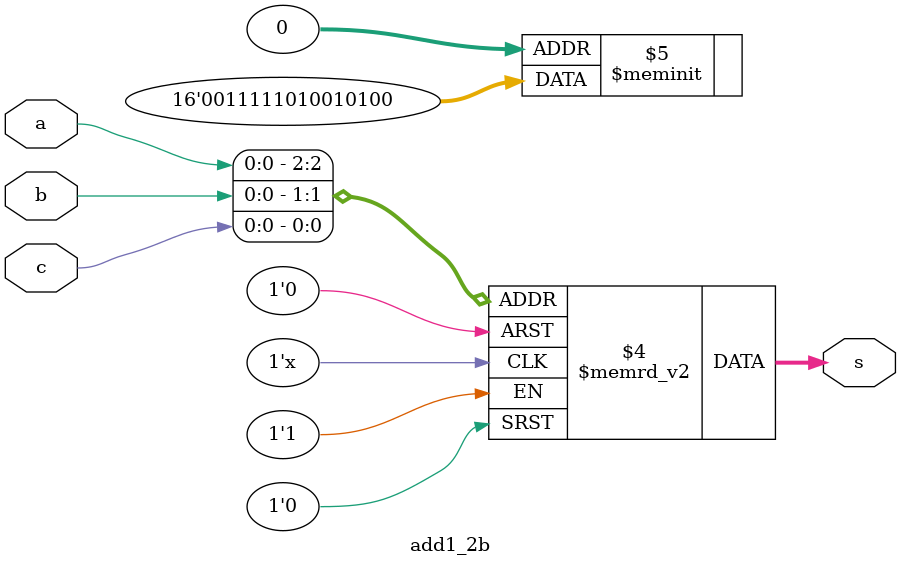
<source format=v>
module add1_2b(
    input a,b,c,
    output reg [1:0]s
);

always @(a,b,c) begin
    case({a,b,c})
        3'b000 : s = 2'b00;
        3'b001 : s = 2'b01;
        3'b010 : s = 2'b01;
        3'b011 : s = 2'b10;
        3'b100 : s = 2'b10;
        3'b101 : s = 2'b11;
        3'b110 : s = 2'b11;
        3'b111 : s = 2'b00;
    endcase
end
endmodule
</source>
